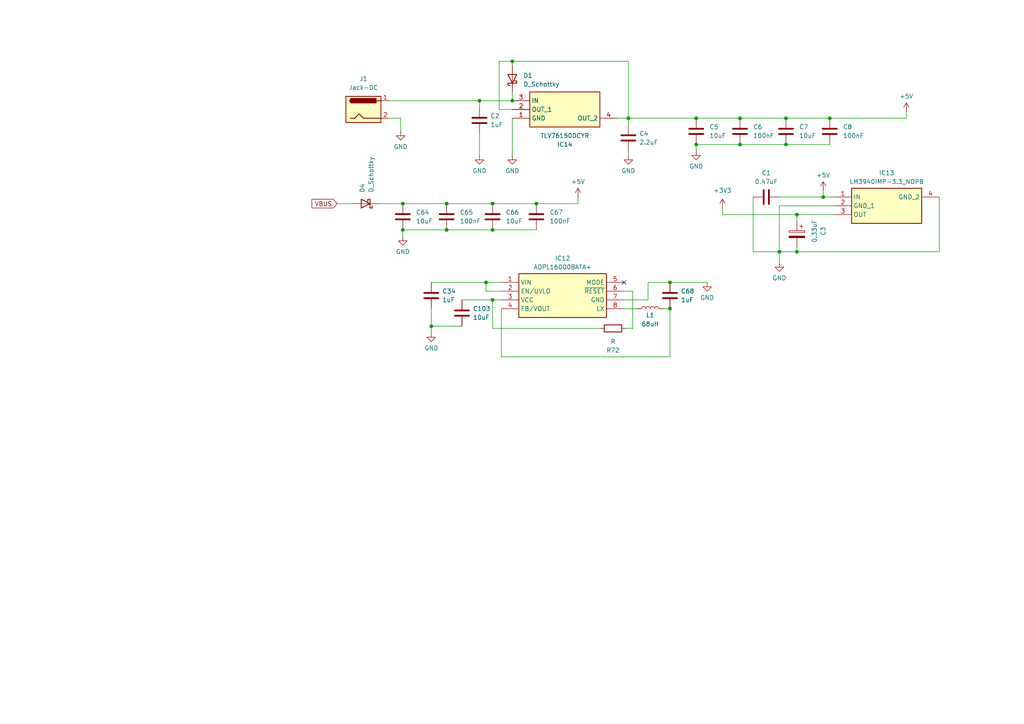
<source format=kicad_sch>
(kicad_sch (version 20250114) (generator "eeschema") (generator_version "9.0")
  (paper "A4")
  (lib_symbols
    (symbol "Connector:Jack-DC" (pin_names (offset 1.016))
      (property "Reference" "J" (at 0 5.334 0))
      (property "Value" "Jack-DC" (at 0 -5.08 0))
      (symbol "Jack-DC_0_1"
        (rectangle (start -5.08 3.81) (end 5.08 -3.81) (stroke (width 0.254)) (fill (type background)))
        (polyline (pts (xy -3.81 -2.54) (xy -2.54 -2.54) (xy -1.27 -1.27) (xy 0 -2.54) (xy 2.54 -2.54) (xy 5.08 -2.54)) (stroke (width 0.254)))
        (arc (start -3.302 1.905) (mid -3.9343 2.54) (end -3.302 3.175) (stroke (width 0.254)))
        (arc (start -3.302 1.905) (mid -3.9343 2.54) (end -3.302 3.175) (stroke (width 0.254)) (fill (type outline)))
        (rectangle (start 3.683 3.175) (end -3.302 1.905) (stroke (width 0.254)) (fill (type outline)))
        (polyline (pts (xy 5.08 2.54) (xy 3.81 2.54)) (stroke (width 0.254)))
      )
      (symbol "Jack-DC_1_1"
        (pin passive line (at 7.62 2.54 180) (length 2.54) (name "~") (number "1"))
        (pin passive line (at 7.62 -2.54 180) (length 2.54) (name "~") (number "2"))
      )
    )
    (symbol "Device:C" (pin_numbers (hide yes)) (pin_names (offset 0.254))
      (property "Reference" "C" (at 0.635 2.54 0))
      (property "Value" "C" (at 0.635 -2.54 0))
      (symbol "C_0_1"
        (polyline (pts (xy -2.032 0.762) (xy 2.032 0.762)) (stroke (width 0.508)))
        (polyline (pts (xy -2.032 -0.762) (xy 2.032 -0.762)) (stroke (width 0.508)))
      )
      (symbol "C_1_1"
        (pin passive line (at 0 3.81 270) (length 2.794) (name "~") (number "1"))
        (pin passive line (at 0 -3.81 90) (length 2.794) (name "~") (number "2"))
      )
    )
    (symbol "Device:C_Polarized" (pin_numbers (hide yes)) (pin_names (offset 0.254))
      (property "Reference" "C" (at 0.635 2.54 0))
      (property "Value" "C_Polarized" (at 0.635 -2.54 0))
      (symbol "C_Polarized_0_1"
        (rectangle (start -2.286 0.508) (end 2.286 1.016))
        (polyline (pts (xy -1.778 2.286) (xy -0.762 2.286)))
        (polyline (pts (xy -1.27 2.794) (xy -1.27 1.778)))
        (rectangle (start 2.286 -0.508) (end -2.286 -1.016) (fill (type outline)))
      )
      (symbol "C_Polarized_1_1"
        (pin passive line (at 0 3.81 270) (length 2.794) (name "~") (number "1"))
        (pin passive line (at 0 -3.81 90) (length 2.794) (name "~") (number "2"))
      )
    )
    (symbol "Device:D_Schottky" (pin_numbers (hide yes)) (pin_names (offset 1.016) (hide yes))
      (property "Reference" "D" (at 0 2.54 0))
      (property "Value" "D_Schottky" (at 0 -2.54 0))
      (symbol "D_Schottky_0_1"
        (polyline (pts (xy -1.905 0.635) (xy -1.905 1.27) (xy -1.27 1.27) (xy -1.27 -1.27) (xy -0.635 -1.27) (xy -0.635 -0.635)) (stroke (width 0.254)))
        (polyline (pts (xy 1.27 1.27) (xy 1.27 -1.27) (xy -1.27 0) (xy 1.27 1.27)) (stroke (width 0.254)))
        (polyline (pts (xy 1.27 0) (xy -1.27 0)))
      )
      (symbol "D_Schottky_1_1"
        (pin passive line (at -3.81 0 0) (length 2.54) (name "K") (number "1"))
        (pin passive line (at 3.81 0 180) (length 2.54) (name "A") (number "2"))
      )
    )
    (symbol "Device:L" (pin_numbers (hide yes)) (pin_names (offset 1.016) (hide yes))
      (property "Reference" "L" (at -1.27 0 90))
      (property "Value" "L" (at 1.905 0 90))
      (symbol "L_0_1"
        (arc (start 0 2.54) (mid 0.6323 1.905) (end 0 1.27))
        (arc (start 0 1.27) (mid 0.6323 0.635) (end 0 0))
        (arc (start 0 0) (mid 0.6323 -0.635) (end 0 -1.27))
        (arc (start 0 -1.27) (mid 0.6323 -1.905) (end 0 -2.54))
      )
      (symbol "L_1_1"
        (pin passive line (at 0 3.81 270) (length 1.27) (name "1") (number "1"))
        (pin passive line (at 0 -3.81 90) (length 1.27) (name "2") (number "2"))
      )
    )
    (symbol "Device:R" (pin_numbers (hide yes)) (pin_names (offset 0))
      (property "Reference" "R" (at 2.032 0 90))
      (property "Value" "R" (at 0 0 90))
      (symbol "R_0_1"
        (rectangle (start -1.016 -2.54) (end 1.016 2.54) (stroke (width 0.254)))
      )
      (symbol "R_1_1"
        (pin passive line (at 0 3.81 270) (length 1.27) (name "~") (number "1"))
        (pin passive line (at 0 -3.81 90) (length 1.27) (name "~") (number "2"))
      )
    )
    (symbol "library:ADPL16000BATA+"
      (property "Reference" "IC" (at 31.75 7.62 0))
      (property "Value" "ADPL16000BATA+" (at 31.75 5.08 0))
      (symbol "ADPL16000BATA+_1_1"
        (rectangle (start 5.08 2.54) (end 30.48 -10.16) (stroke (width 0.254)) (fill (type background)))
        (pin passive line (at 0 0 0) (length 5.08) (name "VIN") (number "1"))
        (pin passive line (at 0 -2.54 0) (length 5.08) (name "EN/UVLO") (number "2"))
        (pin passive line (at 0 -5.08 0) (length 5.08) (name "VCC") (number "3"))
        (pin passive line (at 0 -7.62 0) (length 5.08) (name "FB/VOUT") (number "4"))
        (pin passive line (at 35.56 0 180) (length 5.08) (name "MODE") (number "5"))
        (pin passive line (at 35.56 -2.54 180) (length 5.08) (name "~{RESET}") (number "6"))
        (pin passive line (at 35.56 -5.08 180) (length 5.08) (name "GND") (number "7"))
        (pin passive line (at 35.56 -7.62 180) (length 5.08) (name "LX") (number "8"))
      )
    )
    (symbol "library:LM3940IMP-3.3_NOPB"
      (property "Reference" "IC" (at 26.67 7.62 0))
      (property "Value" "LM3940IMP-3.3_NOPB" (at 26.67 5.08 0))
      (symbol "LM3940IMP-3.3_NOPB_1_1"
        (rectangle (start 5.08 2.54) (end 25.4 -7.62) (stroke (width 0.254)) (fill (type background)))
        (pin passive line (at 0 0 0) (length 5.08) (name "IN") (number "1"))
        (pin passive line (at 0 -2.54 0) (length 5.08) (name "GND_1") (number "2"))
        (pin passive line (at 0 -5.08 0) (length 5.08) (name "OUT") (number "3"))
        (pin passive line (at 30.48 0 180) (length 5.08) (name "GND_2") (number "4"))
      )
    )
    (symbol "library:TLV76150DCYR"
      (property "Reference" "IC" (at 26.67 7.62 0))
      (property "Value" "TLV76150DCYR" (at 26.67 5.08 0))
      (symbol "TLV76150DCYR_1_1"
        (rectangle (start 5.08 2.54) (end 25.4 -7.62) (stroke (width 0.254)) (fill (type background)))
        (pin passive line (at 0 0 0) (length 5.08) (name "GND") (number "1"))
        (pin passive line (at 0 -2.54 0) (length 5.08) (name "OUT_1") (number "2"))
        (pin passive line (at 0 -5.08 0) (length 5.08) (name "IN") (number "3"))
        (pin passive line (at 30.48 0 180) (length 5.08) (name "OUT_2") (number "4"))
      )
    )
    (symbol "power:+3V3" (power) (pin_names (offset 0))
      (property "Value" "+3V3" (at 0 3.556 0))
      (symbol "+3V3_0_1"
        (polyline (pts (xy -0.762 1.27) (xy 0 2.54)))
        (polyline (pts (xy 0 2.54) (xy 0.762 1.27)))
        (polyline (pts (xy 0 0) (xy 0 2.54)))
      )
      (symbol "+3V3_1_1"
        (pin power_in line (at 0 0 90) (length 0) (hide yes) (name "+3V3") (number "1"))
      )
    )
    (symbol "power:+5V" (power) (pin_names (offset 0))
      (property "Value" "+5V" (at 0 3.556 0))
      (symbol "+5V_0_1"
        (polyline (pts (xy -0.762 1.27) (xy 0 2.54)))
        (polyline (pts (xy 0 2.54) (xy 0.762 1.27)))
        (polyline (pts (xy 0 0) (xy 0 2.54)))
      )
      (symbol "+5V_1_1"
        (pin power_in line (at 0 0 90) (length 0) (hide yes) (name "+5V") (number "1"))
      )
    )
    (symbol "power:GND" (power) (pin_names (offset 0))
      (property "Value" "GND" (at 0 -3.81 0))
      (symbol "GND_0_1"
        (polyline (pts (xy 0 0) (xy 0 -1.27) (xy 1.27 -1.27) (xy 0 -2.54) (xy -1.27 -1.27) (xy 0 -1.27)))
      )
      (symbol "GND_1_1"
        (pin power_in line (at 0 0 270) (length 0) (hide yes) (name "GND") (number "1"))
      )
    )
  )
  (text "CHANGE THIS FOR FUCK SAKE" (at 177.165 294.64 0) (effects (font (size 1.27 1.27)) (justify left bottom)))
  (text "Avoids back-powering\nalso as a jumper if i don't connect it" (at 79.375 288.29 0) (effects (font (size 1.27 1.27)) (justify left bottom)))
  (text_box "this was copypasted\nit will replace the older version (the old is the one on top)" (at 234.95 266.7 0) (size 49.53 25.4) (margins 0.9525 0.9525 0.9525 0.9525) (effects (font (size 1.27 1.27)) (justify left top)))
  (junction (at 153.67 295.275))
  (junction (at 129.54 59.055))
  (junction (at 169.545 254))
  (junction (at 167.64 320.675))
  (junction (at 240.665 34.29))
  (junction (at 227.965 41.91))
  (junction (at 155.575 59.055))
  (junction (at 147.32 240.03))
  (junction (at 153.67 307.34))
  (junction (at 182.245 254))
  (junction (at 129.54 66.675))
  (junction (at 182.245 261.62))
  (junction (at 135.89 254))
  (junction (at 139.065 29.21))
  (junction (at 142.875 66.675))
  (junction (at 147.32 254))
  (junction (at 226.06 73.025))
  (junction (at 125.095 94.615))
  (junction (at 231.14 73.025))
  (junction (at 227.965 34.29))
  (junction (at 182.245 34.29))
  (junction (at 116.84 66.675))
  (junction (at 195.58 254))
  (junction (at 116.84 59.055))
  (junction (at 195.58 261.62))
  (junction (at 148.59 29.21))
  (junction (at 201.93 41.91))
  (junction (at 77.47 247.65))
  (junction (at 214.63 41.91))
  (junction (at 142.875 86.995))
  (junction (at 208.28 254))
  (junction (at 214.63 34.29))
  (junction (at 148.59 17.78))
  (junction (at 238.76 57.15))
  (junction (at 231.14 62.23))
  (junction (at 169.545 261.62))
  (junction (at 77.47 234.95))
  (junction (at 194.31 81.915))
  (junction (at 95.885 234.95))
  (junction (at 140.97 81.915))
  (junction (at 201.93 34.29))
  (junction (at 194.31 89.535))
  (junction (at 142.875 59.055))
  (no_connect (at 135.89 237.49))
  (no_connect (at 180.975 81.915))
  (no_connect (at 135.89 234.95))
  (wire (pts (xy 241.935 59.69) (xy 226.06 59.69)))
  (wire (pts (xy 135.89 240.03) (xy 147.32 240.03)))
  (wire (pts (xy 169.545 261.62) (xy 169.545 263.525)))
  (wire (pts (xy 123.825 276.225) (xy 123.825 280.035)))
  (wire (pts (xy 60.96 240.03) (xy 60.96 243.205)))
  (wire (pts (xy 77.47 234.95) (xy 95.885 234.95)))
  (wire (pts (xy 209.55 62.23) (xy 231.14 62.23)))
  (wire (pts (xy 218.44 73.025) (xy 226.06 73.025)))
  (wire (pts (xy 173.99 95.25) (xy 142.875 95.25)))
  (wire (pts (xy 226.06 59.69) (xy 226.06 73.025)))
  (wire (pts (xy 142.875 95.25) (xy 142.875 86.995)))
  (wire (pts (xy 100.33 254) (xy 135.89 254)))
  (wire (pts (xy 238.76 55.245) (xy 238.76 57.15)))
  (wire (pts (xy 226.06 57.15) (xy 238.76 57.15)))
  (wire (pts (xy 86.995 240.03) (xy 100.33 240.03)))
  (wire (pts (xy 147.32 254) (xy 147.32 249.555)))
  (wire (pts (xy 144.78 17.78) (xy 144.78 31.75)))
  (wire (pts (xy 153.67 295.275) (xy 153.67 297.18)))
  (wire (pts (xy 201.93 41.91) (xy 201.93 43.815)))
  (wire (pts (xy 77.47 247.65) (xy 77.47 242.57)))
  (wire (pts (xy 167.64 295.275) (xy 167.64 304.8)))
  (wire (pts (xy 125.095 94.615) (xy 133.985 94.615)))
  (wire (pts (xy 153.67 320.675) (xy 167.64 320.675)))
  (wire (pts (xy 142.875 86.995) (xy 145.415 86.995)))
  (wire (pts (xy 209.55 62.23) (xy 209.55 60.325)))
  (wire (pts (xy 135.89 252.095) (xy 135.89 254)))
  (wire (pts (xy 147.32 241.935) (xy 147.32 240.03)))
  (wire (pts (xy 58.42 234.95) (xy 77.47 234.95)))
  (wire (pts (xy 238.76 57.15) (xy 241.935 57.15)))
  (wire (pts (xy 180.975 84.455) (xy 183.515 84.455)))
  (wire (pts (xy 182.245 34.29) (xy 182.245 17.78)))
  (wire (pts (xy 207.01 304.8) (xy 205.105 304.8)))
  (wire (pts (xy 167.64 304.8) (xy 174.625 304.8)))
  (wire (pts (xy 153.67 317.5) (xy 153.67 320.675)))
  (wire (pts (xy 183.515 84.455) (xy 183.515 95.25)))
  (wire (pts (xy 145.415 81.915) (xy 140.97 81.915)))
  (wire (pts (xy 201.93 34.29) (xy 214.63 34.29)))
  (wire (pts (xy 100.33 234.95) (xy 95.885 234.95)))
  (wire (pts (xy 140.97 84.455) (xy 140.97 81.915)))
  (wire (pts (xy 227.965 34.29) (xy 240.665 34.29)))
  (wire (pts (xy 153.67 295.275) (xy 167.64 295.275)))
  (wire (pts (xy 173.99 320.675) (xy 173.99 318.77)))
  (wire (pts (xy 116.84 66.675) (xy 129.54 66.675)))
  (wire (pts (xy 230.505 254) (xy 208.28 254)))
  (wire (pts (xy 102.87 280.035) (xy 123.825 280.035)))
  (wire (pts (xy 153.67 307.34) (xy 153.67 309.88)))
  (wire (pts (xy 192.405 89.535) (xy 194.31 89.535)))
  (wire (pts (xy 116.84 59.055) (xy 129.54 59.055)))
  (wire (pts (xy 135.89 254) (xy 147.32 254)))
  (wire (pts (xy 179.07 34.29) (xy 182.245 34.29)))
  (wire (pts (xy 231.14 71.755) (xy 231.14 73.025)))
  (wire (pts (xy 153.67 295.275) (xy 153.67 292.735)))
  (wire (pts (xy 147.32 240.03) (xy 158.115 240.03)))
  (wire (pts (xy 125.095 94.615) (xy 125.095 89.535)))
  (wire (pts (xy 167.64 309.88) (xy 167.64 320.675)))
  (wire (pts (xy 129.54 66.675) (xy 142.875 66.675)))
  (wire (pts (xy 148.59 17.78) (xy 148.59 19.05)))
  (wire (pts (xy 97.79 59.055) (xy 102.235 59.055)))
  (wire (pts (xy 262.89 34.29) (xy 240.665 34.29)))
  (wire (pts (xy 77.47 247.65) (xy 86.995 247.65)))
  (wire (pts (xy 231.14 73.025) (xy 272.415 73.025)))
  (wire (pts (xy 272.415 57.15) (xy 272.415 73.025)))
  (wire (pts (xy 195.58 261.62) (xy 208.28 261.62)))
  (wire (pts (xy 145.415 89.535) (xy 145.415 103.505)))
  (wire (pts (xy 241.935 62.23) (xy 231.14 62.23)))
  (wire (pts (xy 142.875 59.055) (xy 155.575 59.055)))
  (wire (pts (xy 78.74 280.035) (xy 95.25 280.035)))
  (wire (pts (xy 180.975 86.995) (xy 187.96 86.995)))
  (wire (pts (xy 113.03 34.29) (xy 116.205 34.29)))
  (wire (pts (xy 194.31 103.505) (xy 194.31 89.535)))
  (wire (pts (xy 167.64 59.055) (xy 155.575 59.055)))
  (wire (pts (xy 129.54 59.055) (xy 142.875 59.055)))
  (wire (pts (xy 116.84 66.675) (xy 116.84 68.58)))
  (wire (pts (xy 139.065 31.115) (xy 139.065 29.21)))
  (wire (pts (xy 227.965 41.91) (xy 240.665 41.91)))
  (wire (pts (xy 262.89 32.385) (xy 262.89 34.29)))
  (wire (pts (xy 147.32 254) (xy 169.545 254)))
  (wire (pts (xy 183.515 95.25) (xy 181.61 95.25)))
  (wire (pts (xy 167.64 320.675) (xy 173.99 320.675)))
  (wire (pts (xy 169.545 261.62) (xy 182.245 261.62)))
  (wire (pts (xy 100.33 254) (xy 100.33 242.57)))
  (wire (pts (xy 218.44 57.15) (xy 218.44 73.025)))
  (wire (pts (xy 109.855 59.055) (xy 116.84 59.055)))
  (wire (pts (xy 148.59 34.29) (xy 148.59 45.085)))
  (wire (pts (xy 153.67 304.8) (xy 153.67 307.34)))
  (wire (pts (xy 125.095 96.52) (xy 125.095 94.615)))
  (wire (pts (xy 146.685 307.34) (xy 153.67 307.34)))
  (wire (pts (xy 226.06 73.025) (xy 226.06 76.2)))
  (wire (pts (xy 133.985 86.995) (xy 142.875 86.995)))
  (wire (pts (xy 207.01 306.705) (xy 207.01 304.8)))
  (wire (pts (xy 182.245 261.62) (xy 195.58 261.62)))
  (wire (pts (xy 146.685 307.34) (xy 146.685 310.515)))
  (wire (pts (xy 144.78 17.78) (xy 148.59 17.78)))
  (wire (pts (xy 182.245 254) (xy 195.58 254)))
  (wire (pts (xy 214.63 34.29) (xy 227.965 34.29)))
  (wire (pts (xy 148.59 26.67) (xy 148.59 29.21)))
  (wire (pts (xy 139.065 29.21) (xy 148.59 29.21)))
  (wire (pts (xy 195.58 254) (xy 208.28 254)))
  (wire (pts (xy 167.64 57.15) (xy 167.64 59.055)))
  (wire (pts (xy 182.245 36.195) (xy 182.245 34.29)))
  (wire (pts (xy 113.03 29.21) (xy 139.065 29.21)))
  (wire (pts (xy 167.64 309.88) (xy 174.625 309.88)))
  (wire (pts (xy 214.63 41.91) (xy 227.965 41.91)))
  (wire (pts (xy 169.545 254) (xy 182.245 254)))
  (wire (pts (xy 182.245 43.815) (xy 182.245 45.085)))
  (wire (pts (xy 226.06 73.025) (xy 231.14 73.025)))
  (wire (pts (xy 231.14 62.23) (xy 231.14 64.135)))
  (wire (pts (xy 201.93 41.91) (xy 214.63 41.91)))
  (wire (pts (xy 184.785 89.535) (xy 180.975 89.535)))
  (wire (pts (xy 187.96 81.915) (xy 194.31 81.915)))
  (wire (pts (xy 194.31 81.915) (xy 205.105 81.915)))
  (wire (pts (xy 182.245 34.29) (xy 201.93 34.29)))
  (wire (pts (xy 58.42 240.03) (xy 60.96 240.03)))
  (wire (pts (xy 142.875 66.675) (xy 155.575 66.675)))
  (wire (pts (xy 135.89 244.475) (xy 135.89 242.57)))
  (wire (pts (xy 77.47 249.555) (xy 77.47 247.65)))
  (wire (pts (xy 230.505 252.095) (xy 230.505 254)))
  (wire (pts (xy 145.415 103.505) (xy 194.31 103.505)))
  (wire (pts (xy 116.205 34.29) (xy 116.205 38.1)))
  (wire (pts (xy 145.415 84.455) (xy 140.97 84.455)))
  (wire (pts (xy 144.78 31.75) (xy 148.59 31.75)))
  (wire (pts (xy 95.885 237.49) (xy 95.885 234.95)))
  (wire (pts (xy 100.33 237.49) (xy 95.885 237.49)))
  (wire (pts (xy 187.96 86.995) (xy 187.96 81.915)))
  (wire (pts (xy 153.67 307.34) (xy 174.625 307.34)))
  (wire (pts (xy 140.97 81.915) (xy 125.095 81.915)))
  (wire (pts (xy 148.59 17.78) (xy 182.245 17.78)))
  (wire (pts (xy 139.065 38.735) (xy 139.065 45.085)))
  (global_label "VBUS" (shape input) (at 78.74 280.035 180) (property "Intersheetrefs" "${INTERSHEET_REFS}" (effects (hide yes))))
  (global_label "VBUS" (shape input) (at 97.79 59.055 180) (property "Intersheetrefs" "${INTERSHEET_REFS}" (effects (hide yes))))
  (symbol (lib_id "Device:L") (at 188.595 89.535 90) (unit 1)
    (property "Reference" "L1" (at 188.595 91.44 90))
    (property "Value" "68uH" (at 188.595 93.98 90))
  )
  (symbol (lib_id "Device:C") (at 77.47 238.76 0) (unit 1)
    (property "Reference" "C57" (at 80.645 237.49 0) (effects (justify left)))
    (property "Value" "1uF" (at 80.645 240.03 0) (effects (justify left)))
    (property "Footprint" "Capacitor_SMD:C_0603_1608Metric" (effects (hide yes)))
  )
  (symbol (lib_id "library:LM3940IMP-3.3_NOPB") (at 241.935 57.15 0) (unit 1)
    (property "Reference" "IC13" (at 257.175 50.165 0))
    (property "Value" "LM3940IMP-3.3_NOPB" (at 257.175 52.705 0))
    (property "Footprint" "library:SOT230P700X180-4N" (effects (hide yes)))
    (property "Datasheet" "http://www.ti.com/lit/ds/symlink/lm3940.pdf" (effects (hide yes)))
    (property "Height" "1.8" (effects (hide yes)))
    (property "Manufacturer_Name" "Texas Instruments" (effects (hide yes)))
    (property "Manufacturer_Part_Number" "LM3940IMP-3.3/NOPB" (effects (hide yes)))
    (property "Mouser Part Number" "926-LM3940IMP3.3NOPB" (effects (hide yes)))
    (property "Mouser Price/Stock" "https://www.mouser.co.uk/ProductDetail/Texas-Instruments/LM3940IMP-3.3-NOPB?qs=QbsRYf82W3EIVCEt3IRFTQ%3D%3D" (effects (hide yes)))
    (property "Arrow Part Number" "LM3940IMP-3.3/NOPB" (effects (hide yes)))
    (property "Arrow Price/Stock" "https://www.arrow.com/en/products/lm3940imp-3.3nopb/texas-instruments?region=nac" (effects (hide yes)))
  )
  (symbol (lib_id "Device:C") (at 133.985 90.805 0) (unit 1)
    (property "Reference" "C103" (at 137.16 89.535 0) (effects (justify left)))
    (property "Value" "10uF" (at 137.16 92.075 0) (effects (justify left)))
  )
  (symbol (lib_id "power:GND") (at 125.095 96.52 0) (unit 1)
    (property "Reference" "#PWR094" (effects (hide yes)))
    (property "Value" "GND" (at 125.095 100.965 0))
  )
  (symbol (lib_id "Device:C") (at 129.54 62.865 0) (unit 1)
    (property "Reference" "C65" (at 133.35 61.595 0) (effects (justify left)))
    (property "Value" "100nF" (at 133.35 64.135 0) (effects (justify left)))
  )
  (symbol (lib_id "power:GND") (at 169.545 263.525 0) (unit 1)
    (property "Reference" "#PWR0147" (effects (hide yes)))
    (property "Value" "GND" (at 169.545 267.97 0))
  )
  (symbol (lib_id "power:GND") (at 116.205 38.1 0) (unit 1)
    (property "Reference" "#PWR01" (effects (hide yes)))
    (property "Value" "GND" (at 116.205 42.545 0))
  )
  (symbol (lib_id "power:GND") (at 146.685 310.515 0) (unit 1)
    (property "Reference" "#PWR081" (effects (hide yes)))
    (property "Value" "GND" (at 146.685 314.96 0))
  )
  (symbol (lib_id "Device:D_Schottky") (at 106.045 59.055 180) (unit 1)
    (property "Reference" "D4" (at 105.0925 55.88 90) (effects (justify right)))
    (property "Value" "D_Schottky" (at 107.6325 55.88 90) (effects (justify right)))
  )
  (symbol (lib_id "Device:C") (at 169.545 257.81 0) (unit 1)
    (property "Reference" "C114" (at 173.355 256.54 0) (effects (justify left)))
    (property "Value" "10uF" (at 173.355 259.08 0) (effects (justify left)))
    (property "Footprint" "Capacitor_SMD:C_0603_1608Metric" (effects (hide yes)))
  )
  (symbol (lib_id "power:GND") (at 205.105 81.915 0) (unit 1)
    (property "Reference" "#PWR0161" (effects (hide yes)))
    (property "Value" "GND" (at 205.105 86.36 0))
  )
  (symbol (lib_id "Device:C") (at 125.095 85.725 0) (unit 1)
    (property "Reference" "C34" (at 128.27 84.455 0) (effects (justify left)))
    (property "Value" "1uF" (at 128.27 86.995 0) (effects (justify left)))
  )
  (symbol (lib_id "Device:C") (at 86.995 243.84 0) (unit 1)
    (property "Reference" "C58" (at 90.17 242.57 0) (effects (justify left)))
    (property "Value" "10uF" (at 90.17 245.11 0) (effects (justify left)))
    (property "Footprint" "Capacitor_SMD:C_0603_1608Metric" (effects (hide yes)))
  )
  (symbol (lib_id "library:LM3940IMP-3.3_NOPB") (at 174.625 304.8 0) (unit 1)
    (property "Reference" "IC9" (at 189.865 297.815 0))
    (property "Value" "LM3940IMP-3.3_NOPB" (at 189.865 300.355 0))
    (property "Footprint" "library:SOT230P700X180-4N" (effects (hide yes)))
    (property "Datasheet" "http://www.ti.com/lit/ds/symlink/lm3940.pdf" (effects (hide yes)))
    (property "Height" "1.8" (effects (hide yes)))
    (property "Manufacturer_Name" "Texas Instruments" (effects (hide yes)))
    (property "Manufacturer_Part_Number" "LM3940IMP-3.3/NOPB" (effects (hide yes)))
    (property "Mouser Part Number" "926-LM3940IMP3.3NOPB" (effects (hide yes)))
    (property "Mouser Price/Stock" "https://www.mouser.co.uk/ProductDetail/Texas-Instruments/LM3940IMP-3.3-NOPB?qs=QbsRYf82W3EIVCEt3IRFTQ%3D%3D" (effects (hide yes)))
    (property "Arrow Part Number" "LM3940IMP-3.3/NOPB" (effects (hide yes)))
    (property "Arrow Price/Stock" "https://www.arrow.com/en/products/lm3940imp-3.3nopb/texas-instruments?region=nac" (effects (hide yes)))
  )
  (symbol (lib_id "power:+3V3") (at 209.55 60.325 0) (unit 1)
    (property "Reference" "#PWR085" (effects (hide yes)))
    (property "Value" "+3V3" (at 209.55 55.245 0))
  )
  (symbol (lib_id "library:ADPL16000BATA+") (at 145.415 81.915 0) (unit 1)
    (property "Reference" "IC12" (at 163.195 74.93 0))
    (property "Value" "ADPL16000BATA+" (at 163.195 77.47 0))
    (property "Footprint" "library:ADPL16000BATA" (effects (hide yes)))
    (property "Datasheet" "https://www.analog.com/media/en/technical-documentation/data-sheets/adpl16000.pdf" (effects (hide yes)))
    (property "Height" "0.8" (effects (hide yes)))
    (property "Manufacturer_Name" "Analog Devices" (effects (hide yes)))
    (property "Manufacturer_Part_Number" "ADPL16000BATA+" (effects (hide yes)))
  )
  (symbol (lib_id "Device:C") (at 195.58 257.81 0) (unit 1)
    (property "Reference" "C117" (at 199.39 256.54 0) (effects (justify left)))
    (property "Value" "10uF" (at 199.39 259.08 0) (effects (justify left)))
    (property "Footprint" "Capacitor_SMD:C_0603_1608Metric" (effects (hide yes)))
  )
  (symbol (lib_id "Device:C") (at 208.28 257.81 0) (unit 1)
    (property "Reference" "C118" (at 212.09 256.54 0) (effects (justify left)))
    (property "Value" "100nF" (at 212.09 259.08 0) (effects (justify left)))
    (property "Footprint" "Capacitor_SMD:C_0603_1608Metric" (effects (hide yes)))
  )
  (symbol (lib_id "Device:C") (at 182.245 257.81 0) (unit 1)
    (property "Reference" "C115" (at 186.055 256.54 0) (effects (justify left)))
    (property "Value" "100nF" (at 186.055 259.08 0) (effects (justify left)))
    (property "Footprint" "Capacitor_SMD:C_0603_1608Metric" (effects (hide yes)))
  )
  (symbol (lib_id "Connector:Jack-DC") (at 105.41 31.75 0) (unit 1)
    (property "Reference" "J1" (at 105.41 22.86 0))
    (property "Value" "Jack-DC" (at 105.41 25.4 0))
  )
  (symbol (lib_id "power:GND") (at 77.47 249.555 0) (unit 1)
    (property "Reference" "#PWR074" (effects (hide yes)))
    (property "Value" "GND" (at 77.47 254 0))
  )
  (symbol (lib_id "Device:C") (at 194.31 85.725 0) (unit 1)
    (property "Reference" "C68" (at 197.485 84.455 0) (effects (justify left)))
    (property "Value" "1uF" (at 197.485 86.995 0) (effects (justify left)))
  )
  (symbol (lib_id "Device:R") (at 177.8 95.25 90) (mirror x) (unit 1)
    (property "Reference" "R72" (at 177.8 101.6 90))
    (property "Value" "R" (at 177.8 99.06 90))
  )
  (symbol (lib_id "Device:C") (at 240.665 38.1 0) (unit 1)
    (property "Reference" "C8" (at 244.475 36.83 0) (effects (justify left)))
    (property "Value" "100nF" (at 244.475 39.37 0) (effects (justify left)))
  )
  (symbol (lib_id "power:+5V") (at 238.76 55.245 0) (unit 1)
    (property "Reference" "#PWR0123" (effects (hide yes)))
    (property "Value" "+5V" (at 238.76 50.8 0))
  )
  (symbol (lib_id "Device:D_Schottky") (at 148.59 22.86 90) (unit 1)
    (property "Reference" "D1" (at 151.765 21.9075 90) (effects (justify right)))
    (property "Value" "D_Schottky" (at 151.765 24.4475 90) (effects (justify right)))
  )
  (symbol (lib_id "power:+5V") (at 153.67 292.735 0) (unit 1)
    (property "Reference" "#PWR0143" (effects (hide yes)))
    (property "Value" "+5V" (at 153.67 288.29 0))
  )
  (symbol (lib_id "Device:C") (at 153.67 300.99 180) (unit 1)
    (property "Reference" "C62" (at 157.48 299.72 0) (effects (justify right)))
    (property "Value" "0.47uF" (at 157.48 302.26 0) (effects (justify right)))
    (property "Footprint" "Capacitor_SMD:C_0603_1608Metric" (effects (hide yes)))
  )
  (symbol (lib_id "Device:L") (at 135.89 248.285 0) (unit 1)
    (property "Reference" "L2" (at 137.16 247.015 0) (effects (justify left)))
    (property "Value" "68uH" (at 137.16 249.555 0) (effects (justify left)))
    (property "Footprint" "Inductor_SMD:L_12x12mm_H6mm" (effects (hide yes)))
  )
  (symbol (lib_id "Device:C_Polarized") (at 153.67 313.69 180) (unit 1)
    (property "Reference" "C63" (at 161.29 314.579 90))
    (property "Value" "33uF" (at 158.75 314.579 90))
    (property "Footprint" "Capacitor_SMD:C_0603_1608Metric" (effects (hide yes)))
  )
  (symbol (lib_id "power:+3V3") (at 173.99 318.77 0) (unit 1)
    (property "Reference" "#PWR0148" (effects (hide yes)))
    (property "Value" "+3V3" (at 173.99 313.69 0))
  )
  (symbol (lib_id "Device:C") (at 201.93 38.1 0) (unit 1)
    (property "Reference" "C5" (at 205.74 36.83 0) (effects (justify left)))
    (property "Value" "10uF" (at 205.74 39.37 0) (effects (justify left)))
  )
  (symbol (lib_id "Device:C_Polarized") (at 231.14 67.945 0) (mirror y) (unit 1)
    (property "Reference" "C3" (at 238.76 67.056 90))
    (property "Value" "0.33uF" (at 236.22 67.056 90))
  )
  (symbol (lib_id "power:GND") (at 201.93 43.815 0) (unit 1)
    (property "Reference" "#PWR06" (effects (hide yes)))
    (property "Value" "GND" (at 201.93 48.26 0))
  )
  (symbol (lib_id "power:GND") (at 226.06 76.2 0) (unit 1)
    (property "Reference" "#PWR02" (effects (hide yes)))
    (property "Value" "GND" (at 226.06 80.645 0))
  )
  (symbol (lib_id "power:GND") (at 116.84 68.58 0) (unit 1)
    (property "Reference" "#PWR078" (effects (hide yes)))
    (property "Value" "GND" (at 116.84 73.025 0))
  )
  (symbol (lib_id "power:+5V") (at 262.89 32.385 0) (unit 1)
    (property "Reference" "#PWR083" (effects (hide yes)))
    (property "Value" "+5V" (at 262.89 27.94 0))
  )
  (symbol (lib_id "Device:C") (at 227.965 38.1 0) (unit 1)
    (property "Reference" "C7" (at 231.775 36.83 0) (effects (justify left)))
    (property "Value" "10uF" (at 231.775 39.37 0) (effects (justify left)))
  )
  (symbol (lib_id "power:GND") (at 148.59 45.085 0) (unit 1)
    (property "Reference" "#PWR04" (effects (hide yes)))
    (property "Value" "GND" (at 148.59 49.53 0))
  )
  (symbol (lib_id "power:GND") (at 139.065 45.085 0) (unit 1)
    (property "Reference" "#PWR03" (effects (hide yes)))
    (property "Value" "GND" (at 139.065 49.53 0))
  )
  (symbol (lib_id "power:+5V") (at 230.505 252.095 0) (unit 1)
    (property "Reference" "#PWR0177" (effects (hide yes)))
    (property "Value" "+5V" (at 230.505 247.65 0))
  )
  (symbol (lib_id "Device:C") (at 222.25 57.15 90) (unit 1)
    (property "Reference" "C1" (at 222.25 50.165 90))
    (property "Value" "0.47uF" (at 222.25 52.705 90))
  )
  (symbol (lib_id "library:ADPL16000BATA+") (at 100.33 234.95 0) (unit 1)
    (property "Reference" "IC8" (at 118.11 227.33 0))
    (property "Value" "ADPL16000BATA+" (at 118.11 229.87 0))
    (property "Footprint" "library:ADPL16000BATA" (effects (hide yes)))
    (property "Datasheet" "https://www.analog.com/media/en/technical-documentation/data-sheets/adpl16000.pdf" (effects (hide yes)))
    (property "Height" "0.8" (effects (hide yes)))
    (property "Manufacturer_Name" "Analog Devices" (effects (hide yes)))
    (property "Manufacturer_Part_Number" "ADPL16000BATA+" (effects (hide yes)))
  )
  (symbol (lib_id "Device:C") (at 142.875 62.865 0) (unit 1)
    (property "Reference" "C66" (at 146.685 61.595 0) (effects (justify left)))
    (property "Value" "10uF" (at 146.685 64.135 0) (effects (justify left)))
  )
  (symbol (lib_id "power:GND") (at 158.115 240.03 0) (unit 1)
    (property "Reference" "#PWR0145" (effects (hide yes)))
    (property "Value" "GND" (at 158.115 244.475 0))
  )
  (symbol (lib_id "power:+5V") (at 167.64 57.15 0) (unit 1)
    (property "Reference" "#PWR084" (effects (hide yes)))
    (property "Value" "+5V" (at 167.64 52.705 0))
  )
  (symbol (lib_id "Device:C") (at 214.63 38.1 0) (unit 1)
    (property "Reference" "C6" (at 218.44 36.83 0) (effects (justify left)))
    (property "Value" "100nF" (at 218.44 39.37 0) (effects (justify left)))
  )
  (symbol (lib_id "Device:C") (at 147.32 245.745 0) (unit 1)
    (property "Reference" "C59" (at 150.495 244.475 0) (effects (justify left)))
    (property "Value" "1uF" (at 150.495 247.015 0) (effects (justify left)))
    (property "Footprint" "Capacitor_SMD:C_0603_1608Metric" (effects (hide yes)))
  )
  (symbol (lib_id "Device:C") (at 182.245 40.005 0) (unit 1)
    (property "Reference" "C4" (at 185.42 38.735 0) (effects (justify left)))
    (property "Value" "2.2uF" (at 185.42 41.275 0) (effects (justify left)))
  )
  (symbol (lib_id "library:TLV76150DCYR") (at 148.59 34.29 0) (mirror x) (unit 1)
    (property "Reference" "IC14" (at 163.83 41.91 0))
    (property "Value" "TLV76150DCYR" (at 163.83 39.37 0))
    (property "Footprint" "library:SOT230P700X180-4N" (effects (hide yes)))
    (property "Datasheet" "https://www.ti.com/lit/ds/symlink/tlv761.pdf" (effects (hide yes)))
    (property "Height" "1.8" (effects (hide yes)))
    (property "Manufacturer_Name" "Texas Instruments" (effects (hide yes)))
    (property "Manufacturer_Part_Number" "TLV76150DCYR" (effects (hide yes)))
    (property "Mouser Part Number" "595-TLV76150DCYR" (effects (hide yes)))
    (property "Mouser Price/Stock" "https://www.mouser.co.uk/ProductDetail/Texas-Instruments/TLV76150DCYR?qs=Jm2GQyTW%2Fbii1Rd2R0M2bQ%3D%3D" (effects (hide yes)))
    (property "Arrow Part Number" "TLV76150DCYR" (effects (hide yes)))
    (property "Arrow Price/Stock" "https://www.arrow.com/en/products/tlv76150dcyr/texas-instruments?region=nac" (effects (hide yes)))
  )
  (symbol (lib_id "Device:D_Schottky") (at 99.06 280.035 180) (unit 1)
    (property "Reference" "D11" (at 98.1075 276.86 90) (effects (justify right)))
    (property "Value" "D_Schottky" (at 100.6475 276.86 90) (effects (justify right)))
    (property "Footprint" "Diode_SMD:D_0603_1608Metric" (effects (hide yes)))
  )
  (symbol (lib_id "Connector:Jack-DC") (at 50.8 237.49 0) (unit 1)
    (property "Reference" "J6" (at 50.8 228.6 0))
    (property "Value" "Jack-DC" (at 50.8 231.14 0))
    (property "Footprint" "Connector_BarrelJack:BarrelJack_Wuerth_6941xx301002" (effects (hide yes)))
  )
  (symbol (lib_id "power:GND") (at 182.245 45.085 0) (unit 1)
    (property "Reference" "#PWR05" (effects (hide yes)))
    (property "Value" "GND" (at 182.245 49.53 0))
  )
  (symbol (lib_id "Device:C") (at 139.065 34.925 0) (unit 1)
    (property "Reference" "C2" (at 142.24 33.655 0) (effects (justify left)))
    (property "Value" "1uF" (at 142.24 36.195 0) (effects (justify left)))
  )
  (symbol (lib_id "Device:C") (at 155.575 62.865 0) (unit 1)
    (property "Reference" "C67" (at 159.385 61.595 0) (effects (justify left)))
    (property "Value" "100nF" (at 159.385 64.135 0) (effects (justify left)))
  )
  (symbol (lib_id "power:GND") (at 60.96 243.205 0) (unit 1)
    (property "Reference" "#PWR063" (effects (hide yes)))
    (property "Value" "GND" (at 60.96 247.65 0))
  )
  (symbol (lib_id "power:GND") (at 207.01 306.705 0) (unit 1)
    (property "Reference" "#PWR0162" (effects (hide yes)))
    (property "Value" "GND" (at 207.01 311.15 0))
  )
  (symbol (lib_id "power:+5V") (at 123.825 276.225 0) (unit 1)
    (property "Reference" "#PWR076" (effects (hide yes)))
    (property "Value" "+5V" (at 123.825 271.78 0))
  )
  (symbol (lib_id "Device:C") (at 116.84 62.865 0) (unit 1)
    (property "Reference" "C64" (at 120.65 61.595 0) (effects (justify left)))
    (property "Value" "10uF" (at 120.65 64.135 0) (effects (justify left)))
  )
)
</source>
